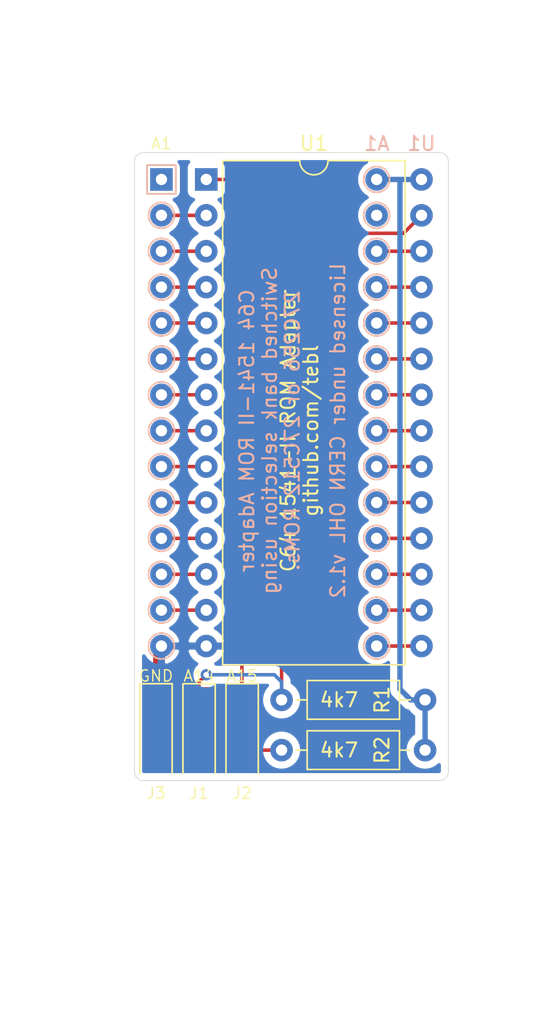
<source format=kicad_pcb>
(kicad_pcb (version 20171130) (host pcbnew "(5.1.8)-1")

  (general
    (thickness 1.6)
    (drawings 13)
    (tracks 47)
    (zones 0)
    (modules 7)
    (nets 29)
  )

  (page A4)
  (layers
    (0 F.Cu signal)
    (31 B.Cu signal)
    (32 B.Adhes user)
    (33 F.Adhes user)
    (34 B.Paste user)
    (35 F.Paste user)
    (36 B.SilkS user)
    (37 F.SilkS user)
    (38 B.Mask user)
    (39 F.Mask user)
    (40 Dwgs.User user)
    (41 Cmts.User user)
    (42 Eco1.User user)
    (43 Eco2.User user)
    (44 Edge.Cuts user)
    (45 Margin user)
    (46 B.CrtYd user)
    (47 F.CrtYd user)
    (48 B.Fab user)
    (49 F.Fab user)
  )

  (setup
    (last_trace_width 0.25)
    (trace_clearance 0.2)
    (zone_clearance 0.508)
    (zone_45_only no)
    (trace_min 0.2)
    (via_size 0.8)
    (via_drill 0.4)
    (via_min_size 0.4)
    (via_min_drill 0.3)
    (uvia_size 0.3)
    (uvia_drill 0.1)
    (uvias_allowed no)
    (uvia_min_size 0.2)
    (uvia_min_drill 0.1)
    (edge_width 0.05)
    (segment_width 0.2)
    (pcb_text_width 0.3)
    (pcb_text_size 1.5 1.5)
    (mod_edge_width 0.12)
    (mod_text_size 1 1)
    (mod_text_width 0.15)
    (pad_size 1.524 1.524)
    (pad_drill 0.762)
    (pad_to_mask_clearance 0)
    (aux_axis_origin 0 0)
    (visible_elements 7FFFFFFF)
    (pcbplotparams
      (layerselection 0x010fc_ffffffff)
      (usegerberextensions true)
      (usegerberattributes true)
      (usegerberadvancedattributes true)
      (creategerberjobfile true)
      (excludeedgelayer true)
      (linewidth 0.100000)
      (plotframeref false)
      (viasonmask false)
      (mode 1)
      (useauxorigin false)
      (hpglpennumber 1)
      (hpglpenspeed 20)
      (hpglpendiameter 15.000000)
      (psnegative false)
      (psa4output false)
      (plotreference true)
      (plotvalue true)
      (plotinvisibletext false)
      (padsonsilk false)
      (subtractmaskfromsilk false)
      (outputformat 1)
      (mirror false)
      (drillshape 0)
      (scaleselection 1)
      (outputdirectory "export/"))
  )

  (net 0 "")
  (net 1 GND)
  (net 2 /D7)
  (net 3 /D6)
  (net 4 /D5)
  (net 5 /D4)
  (net 6 /D3)
  (net 7 /D2)
  (net 8 /D1)
  (net 9 /D0)
  (net 10 VCC)
  (net 11 /A12)
  (net 12 /A7)
  (net 13 /A6)
  (net 14 /A5)
  (net 15 /A4)
  (net 16 /~CE)
  (net 17 /A3)
  (net 18 /A10)
  (net 19 /A2)
  (net 20 /~OE)
  (net 21 /A1)
  (net 22 /A11)
  (net 23 /A0)
  (net 24 /A9)
  (net 25 /A8)
  (net 26 /A13)
  (net 27 /A14)
  (net 28 /A15)

  (net_class Default "This is the default net class."
    (clearance 0.2)
    (trace_width 0.25)
    (via_dia 0.8)
    (via_drill 0.4)
    (uvia_dia 0.3)
    (uvia_drill 0.1)
    (add_net /A0)
    (add_net /A1)
    (add_net /A10)
    (add_net /A11)
    (add_net /A12)
    (add_net /A13)
    (add_net /A14)
    (add_net /A15)
    (add_net /A2)
    (add_net /A3)
    (add_net /A4)
    (add_net /A5)
    (add_net /A6)
    (add_net /A7)
    (add_net /A8)
    (add_net /A9)
    (add_net /D0)
    (add_net /D1)
    (add_net /D2)
    (add_net /D3)
    (add_net /D4)
    (add_net /D5)
    (add_net /D6)
    (add_net /D7)
    (add_net /~CE)
    (add_net /~OE)
  )

  (net_class PWR ""
    (clearance 0.2)
    (trace_width 0.381)
    (via_dia 0.8)
    (via_drill 0.4)
    (uvia_dia 0.3)
    (uvia_drill 0.1)
    (add_net GND)
    (add_net VCC)
  )

  (module socket_adapter:DIP-28_W15.24mm (layer F.Cu) (tedit 60162185) (tstamp 606F5DC9)
    (at 102.235 62.23)
    (descr "28-lead though-hole mounted DIP package, row spacing 15.24 mm (600 mils)")
    (tags "THT DIP DIL PDIP 2.54mm 15.24mm 600mil")
    (path /606FB40A)
    (fp_text reference A1 (at 0 -2.54) (layer F.SilkS)
      (effects (font (size 0.8 0.8) (thickness 0.1)))
    )
    (fp_text value 27C128 (at -2.032 2.54 90) (layer F.Fab)
      (effects (font (size 1 1) (thickness 0.15)))
    )
    (fp_line (start -1.016 -1.016) (end 1.016 -1.016) (layer B.SilkS) (width 0.12))
    (fp_line (start -1.016 1.016) (end -1.016 -1.016) (layer B.SilkS) (width 0.12))
    (fp_line (start 1.016 1.016) (end -1.016 1.016) (layer B.SilkS) (width 0.12))
    (fp_line (start 1.016 -1.016) (end 1.016 1.016) (layer B.SilkS) (width 0.12))
    (fp_circle (center 15.24 2.54) (end 16.15581 2.54) (layer B.SilkS) (width 0.12))
    (fp_circle (center 15.24 0) (end 16.15581 0) (layer B.SilkS) (width 0.12))
    (fp_circle (center 15.24 7.62) (end 16.15581 7.62) (layer B.SilkS) (width 0.12))
    (fp_circle (center 15.24 5.08) (end 16.15581 5.08) (layer B.SilkS) (width 0.12))
    (fp_circle (center 15.24 12.7) (end 16.15581 12.7) (layer B.SilkS) (width 0.12))
    (fp_circle (center 15.24 10.16) (end 16.15581 10.16) (layer B.SilkS) (width 0.12))
    (fp_circle (center 15.24 17.78) (end 16.15581 17.78) (layer B.SilkS) (width 0.12))
    (fp_circle (center 15.24 15.24) (end 16.15581 15.24) (layer B.SilkS) (width 0.12))
    (fp_circle (center 15.24 22.86) (end 16.15581 22.86) (layer B.SilkS) (width 0.12))
    (fp_circle (center 15.24 20.32) (end 16.15581 20.32) (layer B.SilkS) (width 0.12))
    (fp_circle (center 15.24 27.94) (end 16.15581 27.94) (layer B.SilkS) (width 0.12))
    (fp_circle (center 15.24 25.4) (end 16.15581 25.4) (layer B.SilkS) (width 0.12))
    (fp_circle (center 15.24 33.02) (end 16.15581 33.02) (layer B.SilkS) (width 0.12))
    (fp_circle (center 15.24 30.48) (end 16.15581 30.48) (layer B.SilkS) (width 0.12))
    (fp_circle (center 0 33.02) (end 0.91581 33.02) (layer B.SilkS) (width 0.12))
    (fp_circle (center 0 30.48) (end 0.91581 30.48) (layer B.SilkS) (width 0.12))
    (fp_circle (center 0 27.94) (end 0.91581 27.94) (layer B.SilkS) (width 0.12))
    (fp_circle (center 0 25.4) (end 0.91581 25.4) (layer B.SilkS) (width 0.12))
    (fp_circle (center 0 22.86) (end 0.91581 22.86) (layer B.SilkS) (width 0.12))
    (fp_circle (center 0 20.32) (end 0.91581 20.32) (layer B.SilkS) (width 0.12))
    (fp_circle (center 0 17.78) (end 0.91581 17.78) (layer B.SilkS) (width 0.12))
    (fp_circle (center 0 15.24) (end 0.91581 15.24) (layer B.SilkS) (width 0.12))
    (fp_circle (center 0 12.7) (end 0.91581 12.7) (layer B.SilkS) (width 0.12))
    (fp_circle (center 0 10.16) (end 0.91581 10.16) (layer B.SilkS) (width 0.12))
    (fp_circle (center 0 7.62) (end 0.91581 7.62) (layer B.SilkS) (width 0.12))
    (fp_circle (center 0 5.08) (end 0.91581 5.08) (layer B.SilkS) (width 0.12))
    (fp_circle (center 0 2.54) (end 0.91581 2.54) (layer B.SilkS) (width 0.12))
    (fp_line (start -1.016 -1.016) (end 0 -1.016) (layer F.SilkS) (width 0.12))
    (fp_line (start -1.016 1.016) (end -1.016 -1.016) (layer F.SilkS) (width 0.12))
    (fp_line (start 1.016 1.016) (end -1.016 1.016) (layer F.SilkS) (width 0.12))
    (fp_line (start 1.016 -1.016) (end 1.016 1.016) (layer F.SilkS) (width 0.12))
    (fp_line (start 0 -1.016) (end 1.016 -1.016) (layer F.SilkS) (width 0.12))
    (fp_circle (center 15.24 30.48) (end 16.002 29.972) (layer F.SilkS) (width 0.12))
    (fp_circle (center 15.24 27.94) (end 16.002 27.432) (layer F.SilkS) (width 0.12))
    (fp_circle (center 15.24 25.4) (end 16.002 24.892) (layer F.SilkS) (width 0.12))
    (fp_circle (center 15.24 22.86) (end 16.002 22.352) (layer F.SilkS) (width 0.12))
    (fp_circle (center 15.24 20.32) (end 16.002 19.812) (layer F.SilkS) (width 0.12))
    (fp_circle (center 15.24 17.78) (end 16.002 17.272) (layer F.SilkS) (width 0.12))
    (fp_circle (center 15.24 15.24) (end 16.002 14.732) (layer F.SilkS) (width 0.12))
    (fp_circle (center 15.24 12.7) (end 16.002 12.192) (layer F.SilkS) (width 0.12))
    (fp_circle (center 15.24 10.16) (end 16.002 9.652) (layer F.SilkS) (width 0.12))
    (fp_circle (center 15.24 7.62) (end 16.002 7.112) (layer F.SilkS) (width 0.12))
    (fp_circle (center 15.24 5.08) (end 16.002 4.572) (layer F.SilkS) (width 0.12))
    (fp_circle (center 15.24 2.54) (end 16.002 2.032) (layer F.SilkS) (width 0.12))
    (fp_circle (center 15.24 0) (end 16.002 -0.508) (layer F.SilkS) (width 0.12))
    (fp_circle (center 15.24 33.02) (end 16.002 32.512) (layer F.SilkS) (width 0.12))
    (fp_circle (center 0 2.54) (end 0.762 2.032) (layer F.SilkS) (width 0.12))
    (fp_circle (center 0 5.08) (end 0.762 4.572) (layer F.SilkS) (width 0.12))
    (fp_circle (center 0 7.62) (end 0.762 7.112) (layer F.SilkS) (width 0.12))
    (fp_circle (center 0 10.16) (end 0.762 9.652) (layer F.SilkS) (width 0.12))
    (fp_circle (center 0 12.7) (end 0.762 12.192) (layer F.SilkS) (width 0.12))
    (fp_circle (center 0 15.24) (end 0.762 14.732) (layer F.SilkS) (width 0.12))
    (fp_circle (center 0 17.78) (end 0.762 17.272) (layer F.SilkS) (width 0.12))
    (fp_circle (center 0 20.32) (end 0.762 19.812) (layer F.SilkS) (width 0.12))
    (fp_circle (center 0 22.86) (end 0.762 22.352) (layer F.SilkS) (width 0.12))
    (fp_circle (center 0 25.4) (end 0.762 24.892) (layer F.SilkS) (width 0.12))
    (fp_circle (center 0 27.94) (end 0.762 27.432) (layer F.SilkS) (width 0.12))
    (fp_circle (center 0 30.48) (end 0.762 29.972) (layer F.SilkS) (width 0.12))
    (fp_circle (center 0 33.02) (end 0.762 32.512) (layer F.SilkS) (width 0.12))
    (fp_line (start 1.255 -1.27) (end 14.985 -1.27) (layer F.Fab) (width 0.1))
    (fp_line (start 14.985 -1.27) (end 14.985 34.29) (layer F.Fab) (width 0.1))
    (fp_line (start 14.985 34.29) (end 0.255 34.29) (layer F.Fab) (width 0.1))
    (fp_line (start 0.255 34.29) (end 0.255 -0.27) (layer F.Fab) (width 0.1))
    (fp_line (start 0.255 -0.27) (end 1.255 -1.27) (layer F.Fab) (width 0.1))
    (fp_line (start -1.05 -1.55) (end -1.05 34.55) (layer F.CrtYd) (width 0.05))
    (fp_line (start -1.05 34.55) (end 16.3 34.55) (layer F.CrtYd) (width 0.05))
    (fp_line (start 16.3 34.55) (end 16.3 -1.55) (layer F.CrtYd) (width 0.05))
    (fp_line (start 16.3 -1.55) (end -1.05 -1.55) (layer F.CrtYd) (width 0.05))
    (fp_text user %R (at 0 -2.54) (layer F.Fab)
      (effects (font (size 1 1) (thickness 0.15)))
    )
    (pad 1 thru_hole rect (at 0 0) (size 1.6 1.6) (drill 0.8) (layers *.Cu *.Mask))
    (pad 15 thru_hole oval (at 15.24 33.02) (size 1.6 1.6) (drill 0.8) (layers *.Cu *.Mask)
      (net 6 /D3))
    (pad 2 thru_hole oval (at 0 2.54) (size 1.6 1.6) (drill 0.8) (layers *.Cu *.Mask)
      (net 11 /A12))
    (pad 16 thru_hole oval (at 15.24 30.48) (size 1.6 1.6) (drill 0.8) (layers *.Cu *.Mask)
      (net 5 /D4))
    (pad 3 thru_hole oval (at 0 5.08) (size 1.6 1.6) (drill 0.8) (layers *.Cu *.Mask)
      (net 12 /A7))
    (pad 17 thru_hole oval (at 15.24 27.94) (size 1.6 1.6) (drill 0.8) (layers *.Cu *.Mask)
      (net 4 /D5))
    (pad 4 thru_hole oval (at 0 7.62) (size 1.6 1.6) (drill 0.8) (layers *.Cu *.Mask)
      (net 13 /A6))
    (pad 18 thru_hole oval (at 15.24 25.4) (size 1.6 1.6) (drill 0.8) (layers *.Cu *.Mask)
      (net 3 /D6))
    (pad 5 thru_hole oval (at 0 10.16) (size 1.6 1.6) (drill 0.8) (layers *.Cu *.Mask)
      (net 14 /A5))
    (pad 19 thru_hole oval (at 15.24 22.86) (size 1.6 1.6) (drill 0.8) (layers *.Cu *.Mask)
      (net 2 /D7))
    (pad 6 thru_hole oval (at 0 12.7) (size 1.6 1.6) (drill 0.8) (layers *.Cu *.Mask)
      (net 15 /A4))
    (pad 20 thru_hole oval (at 15.24 20.32) (size 1.6 1.6) (drill 0.8) (layers *.Cu *.Mask)
      (net 16 /~CE))
    (pad 7 thru_hole oval (at 0 15.24) (size 1.6 1.6) (drill 0.8) (layers *.Cu *.Mask)
      (net 17 /A3))
    (pad 21 thru_hole oval (at 15.24 17.78) (size 1.6 1.6) (drill 0.8) (layers *.Cu *.Mask)
      (net 18 /A10))
    (pad 8 thru_hole oval (at 0 17.78) (size 1.6 1.6) (drill 0.8) (layers *.Cu *.Mask)
      (net 19 /A2))
    (pad 22 thru_hole oval (at 15.24 15.24) (size 1.6 1.6) (drill 0.8) (layers *.Cu *.Mask)
      (net 20 /~OE))
    (pad 9 thru_hole oval (at 0 20.32) (size 1.6 1.6) (drill 0.8) (layers *.Cu *.Mask)
      (net 21 /A1))
    (pad 23 thru_hole oval (at 15.24 12.7) (size 1.6 1.6) (drill 0.8) (layers *.Cu *.Mask)
      (net 22 /A11))
    (pad 10 thru_hole oval (at 0 22.86) (size 1.6 1.6) (drill 0.8) (layers *.Cu *.Mask)
      (net 23 /A0))
    (pad 24 thru_hole oval (at 15.24 10.16) (size 1.6 1.6) (drill 0.8) (layers *.Cu *.Mask)
      (net 24 /A9))
    (pad 11 thru_hole oval (at 0 25.4) (size 1.6 1.6) (drill 0.8) (layers *.Cu *.Mask)
      (net 9 /D0))
    (pad 25 thru_hole oval (at 15.24 7.62) (size 1.6 1.6) (drill 0.8) (layers *.Cu *.Mask)
      (net 25 /A8))
    (pad 12 thru_hole oval (at 0 27.94) (size 1.6 1.6) (drill 0.8) (layers *.Cu *.Mask)
      (net 8 /D1))
    (pad 26 thru_hole oval (at 15.24 5.08) (size 1.6 1.6) (drill 0.8) (layers *.Cu *.Mask)
      (net 26 /A13))
    (pad 13 thru_hole oval (at 0 30.48) (size 1.6 1.6) (drill 0.8) (layers *.Cu *.Mask)
      (net 7 /D2))
    (pad 27 thru_hole oval (at 15.24 2.54) (size 1.6 1.6) (drill 0.8) (layers *.Cu *.Mask))
    (pad 14 thru_hole oval (at 0 33.02) (size 1.6 1.6) (drill 0.8) (layers *.Cu *.Mask)
      (net 1 GND))
    (pad 28 thru_hole oval (at 15.24 0) (size 1.6 1.6) (drill 0.8) (layers *.Cu *.Mask)
      (net 10 VCC))
  )

  (module edge_connect:edge_pins_1x01 (layer F.Cu) (tedit 603149E8) (tstamp 606F5DD6)
    (at 104.902 101.092)
    (descr "Straight DE-9 connector, the blue kind with metal shield removed (solder to pads).")
    (tags "9-pin D-Sub connector straight vertical THT male pitch 2.77x2.84mm mounting holes distance 25mm")
    (path /606F826F)
    (fp_text reference J1 (at 0 4.572 180) (layer F.SilkS)
      (effects (font (size 0.8 0.8) (thickness 0.1)))
    )
    (fp_text value A14 (at 0 -3.729001) (layer F.SilkS)
      (effects (font (size 0.8 0.8) (thickness 0.1)))
    )
    (fp_text user %R (at -0.0155 -1.3565 180) (layer F.Fab)
      (effects (font (size 1 1) (thickness 0.15)))
    )
    (fp_line (start -1.27 -3.175) (end 1.27 -3.175) (layer F.CrtYd) (width 0.12))
    (fp_line (start 1.27 -3.175) (end 1.27 3.175) (layer F.CrtYd) (width 0.12))
    (fp_line (start 1.27 3.175) (end -1.27 3.175) (layer F.CrtYd) (width 0.12))
    (fp_line (start -1.27 3.175) (end -1.27 -3.175) (layer F.CrtYd) (width 0.12))
    (fp_line (start 1.143 3.175) (end 1.143 -3.175) (layer F.SilkS) (width 0.12))
    (fp_line (start 1.143 -3.175) (end -1.143 -3.175) (layer F.SilkS) (width 0.12))
    (fp_line (start -1.143 -3.175) (end -1.143 3.175) (layer F.SilkS) (width 0.12))
    (pad 1 smd rect (at -0.0155 0.0635 180) (size 1.7 6) (layers F.Cu F.Paste F.Mask)
      (net 27 /A14))
    (model ${KISYS3DMOD}/Connectors_DSub.3dshapes/DSUB-9_Male_Vertical_Pitch2.77x2.84mm.wrl
      (at (xyz 0 0 0))
      (scale (xyz 1 1 1))
      (rotate (xyz 0 0 0))
    )
  )

  (module edge_connect:edge_pins_1x01 (layer F.Cu) (tedit 603149E8) (tstamp 606F5DE3)
    (at 107.95 101.092)
    (descr "Straight DE-9 connector, the blue kind with metal shield removed (solder to pads).")
    (tags "9-pin D-Sub connector straight vertical THT male pitch 2.77x2.84mm mounting holes distance 25mm")
    (path /606F9FB2)
    (fp_text reference J2 (at 0 4.572 180) (layer F.SilkS)
      (effects (font (size 0.8 0.8) (thickness 0.1)))
    )
    (fp_text value A15 (at 0 -3.729001) (layer F.SilkS)
      (effects (font (size 0.8 0.8) (thickness 0.1)))
    )
    (fp_line (start -1.143 -3.175) (end -1.143 3.175) (layer F.SilkS) (width 0.12))
    (fp_line (start 1.143 -3.175) (end -1.143 -3.175) (layer F.SilkS) (width 0.12))
    (fp_line (start 1.143 3.175) (end 1.143 -3.175) (layer F.SilkS) (width 0.12))
    (fp_line (start -1.27 3.175) (end -1.27 -3.175) (layer F.CrtYd) (width 0.12))
    (fp_line (start 1.27 3.175) (end -1.27 3.175) (layer F.CrtYd) (width 0.12))
    (fp_line (start 1.27 -3.175) (end 1.27 3.175) (layer F.CrtYd) (width 0.12))
    (fp_line (start -1.27 -3.175) (end 1.27 -3.175) (layer F.CrtYd) (width 0.12))
    (fp_text user %R (at -0.0155 -1.3565 180) (layer F.Fab)
      (effects (font (size 1 1) (thickness 0.15)))
    )
    (pad 1 smd rect (at -0.0155 0.0635 180) (size 1.7 6) (layers F.Cu F.Paste F.Mask)
      (net 28 /A15))
    (model ${KISYS3DMOD}/Connectors_DSub.3dshapes/DSUB-9_Male_Vertical_Pitch2.77x2.84mm.wrl
      (at (xyz 0 0 0))
      (scale (xyz 1 1 1))
      (rotate (xyz 0 0 0))
    )
  )

  (module edge_connect:edge_pins_1x01 (layer F.Cu) (tedit 603149E8) (tstamp 606F5DF0)
    (at 101.854 101.092)
    (descr "Straight DE-9 connector, the blue kind with metal shield removed (solder to pads).")
    (tags "9-pin D-Sub connector straight vertical THT male pitch 2.77x2.84mm mounting holes distance 25mm")
    (path /606F60C6)
    (fp_text reference J3 (at 0 4.572 180) (layer F.SilkS)
      (effects (font (size 0.8 0.8) (thickness 0.1)))
    )
    (fp_text value GND (at 0 -3.729001) (layer F.SilkS)
      (effects (font (size 0.8 0.8) (thickness 0.1)))
    )
    (fp_line (start -1.143 -3.175) (end -1.143 3.175) (layer F.SilkS) (width 0.12))
    (fp_line (start 1.143 -3.175) (end -1.143 -3.175) (layer F.SilkS) (width 0.12))
    (fp_line (start 1.143 3.175) (end 1.143 -3.175) (layer F.SilkS) (width 0.12))
    (fp_line (start -1.27 3.175) (end -1.27 -3.175) (layer F.CrtYd) (width 0.12))
    (fp_line (start 1.27 3.175) (end -1.27 3.175) (layer F.CrtYd) (width 0.12))
    (fp_line (start 1.27 -3.175) (end 1.27 3.175) (layer F.CrtYd) (width 0.12))
    (fp_line (start -1.27 -3.175) (end 1.27 -3.175) (layer F.CrtYd) (width 0.12))
    (fp_text user %R (at -0.0155 -1.3565 180) (layer F.Fab)
      (effects (font (size 1 1) (thickness 0.15)))
    )
    (pad 1 smd rect (at -0.0155 0.0635 180) (size 1.7 6) (layers F.Cu F.Paste F.Mask)
      (net 1 GND))
    (model ${KISYS3DMOD}/Connectors_DSub.3dshapes/DSUB-9_Male_Vertical_Pitch2.77x2.84mm.wrl
      (at (xyz 0 0 0))
      (scale (xyz 1 1 1))
      (rotate (xyz 0 0 0))
    )
  )

  (module Resistor_THT:R_Axial_DIN0207_L6.3mm_D2.5mm_P10.16mm_Horizontal (layer F.Cu) (tedit 5AE5139B) (tstamp 606F5E07)
    (at 120.904 99.06 180)
    (descr "Resistor, Axial_DIN0207 series, Axial, Horizontal, pin pitch=10.16mm, 0.25W = 1/4W, length*diameter=6.3*2.5mm^2, http://cdn-reichelt.de/documents/datenblatt/B400/1_4W%23YAG.pdf")
    (tags "Resistor Axial_DIN0207 series Axial Horizontal pin pitch 10.16mm 0.25W = 1/4W length 6.3mm diameter 2.5mm")
    (path /60716A2F)
    (fp_text reference R1 (at 3.048 0 90) (layer F.SilkS)
      (effects (font (size 1 1) (thickness 0.15)))
    )
    (fp_text value 4k7 (at 6.096 0) (layer F.SilkS)
      (effects (font (size 1 1) (thickness 0.15)))
    )
    (fp_text user %R (at 3.048 0 90) (layer F.Fab)
      (effects (font (size 1 1) (thickness 0.15)))
    )
    (fp_line (start 1.93 -1.25) (end 1.93 1.25) (layer F.Fab) (width 0.1))
    (fp_line (start 1.93 1.25) (end 8.23 1.25) (layer F.Fab) (width 0.1))
    (fp_line (start 8.23 1.25) (end 8.23 -1.25) (layer F.Fab) (width 0.1))
    (fp_line (start 8.23 -1.25) (end 1.93 -1.25) (layer F.Fab) (width 0.1))
    (fp_line (start 0 0) (end 1.93 0) (layer F.Fab) (width 0.1))
    (fp_line (start 10.16 0) (end 8.23 0) (layer F.Fab) (width 0.1))
    (fp_line (start 1.81 -1.37) (end 1.81 1.37) (layer F.SilkS) (width 0.12))
    (fp_line (start 1.81 1.37) (end 8.35 1.37) (layer F.SilkS) (width 0.12))
    (fp_line (start 8.35 1.37) (end 8.35 -1.37) (layer F.SilkS) (width 0.12))
    (fp_line (start 8.35 -1.37) (end 1.81 -1.37) (layer F.SilkS) (width 0.12))
    (fp_line (start 1.04 0) (end 1.81 0) (layer F.SilkS) (width 0.12))
    (fp_line (start 9.12 0) (end 8.35 0) (layer F.SilkS) (width 0.12))
    (fp_line (start -1.05 -1.5) (end -1.05 1.5) (layer F.CrtYd) (width 0.05))
    (fp_line (start -1.05 1.5) (end 11.21 1.5) (layer F.CrtYd) (width 0.05))
    (fp_line (start 11.21 1.5) (end 11.21 -1.5) (layer F.CrtYd) (width 0.05))
    (fp_line (start 11.21 -1.5) (end -1.05 -1.5) (layer F.CrtYd) (width 0.05))
    (pad 2 thru_hole oval (at 10.16 0 180) (size 1.6 1.6) (drill 0.8) (layers *.Cu *.Mask)
      (net 27 /A14))
    (pad 1 thru_hole circle (at 0 0 180) (size 1.6 1.6) (drill 0.8) (layers *.Cu *.Mask)
      (net 10 VCC))
    (model ${KISYS3DMOD}/Resistor_THT.3dshapes/R_Axial_DIN0207_L6.3mm_D2.5mm_P10.16mm_Horizontal.wrl
      (at (xyz 0 0 0))
      (scale (xyz 1 1 1))
      (rotate (xyz 0 0 0))
    )
  )

  (module Resistor_THT:R_Axial_DIN0207_L6.3mm_D2.5mm_P10.16mm_Horizontal (layer F.Cu) (tedit 5AE5139B) (tstamp 606F5E1E)
    (at 120.904 102.616 180)
    (descr "Resistor, Axial_DIN0207 series, Axial, Horizontal, pin pitch=10.16mm, 0.25W = 1/4W, length*diameter=6.3*2.5mm^2, http://cdn-reichelt.de/documents/datenblatt/B400/1_4W%23YAG.pdf")
    (tags "Resistor Axial_DIN0207 series Axial Horizontal pin pitch 10.16mm 0.25W = 1/4W length 6.3mm diameter 2.5mm")
    (path /60713397)
    (fp_text reference R2 (at 3.048 0 90) (layer F.SilkS)
      (effects (font (size 1 1) (thickness 0.15)))
    )
    (fp_text value 4k7 (at 6.096 0) (layer F.SilkS)
      (effects (font (size 1 1) (thickness 0.15)))
    )
    (fp_line (start 11.21 -1.5) (end -1.05 -1.5) (layer F.CrtYd) (width 0.05))
    (fp_line (start 11.21 1.5) (end 11.21 -1.5) (layer F.CrtYd) (width 0.05))
    (fp_line (start -1.05 1.5) (end 11.21 1.5) (layer F.CrtYd) (width 0.05))
    (fp_line (start -1.05 -1.5) (end -1.05 1.5) (layer F.CrtYd) (width 0.05))
    (fp_line (start 9.12 0) (end 8.35 0) (layer F.SilkS) (width 0.12))
    (fp_line (start 1.04 0) (end 1.81 0) (layer F.SilkS) (width 0.12))
    (fp_line (start 8.35 -1.37) (end 1.81 -1.37) (layer F.SilkS) (width 0.12))
    (fp_line (start 8.35 1.37) (end 8.35 -1.37) (layer F.SilkS) (width 0.12))
    (fp_line (start 1.81 1.37) (end 8.35 1.37) (layer F.SilkS) (width 0.12))
    (fp_line (start 1.81 -1.37) (end 1.81 1.37) (layer F.SilkS) (width 0.12))
    (fp_line (start 10.16 0) (end 8.23 0) (layer F.Fab) (width 0.1))
    (fp_line (start 0 0) (end 1.93 0) (layer F.Fab) (width 0.1))
    (fp_line (start 8.23 -1.25) (end 1.93 -1.25) (layer F.Fab) (width 0.1))
    (fp_line (start 8.23 1.25) (end 8.23 -1.25) (layer F.Fab) (width 0.1))
    (fp_line (start 1.93 1.25) (end 8.23 1.25) (layer F.Fab) (width 0.1))
    (fp_line (start 1.93 -1.25) (end 1.93 1.25) (layer F.Fab) (width 0.1))
    (fp_text user %R (at 3.048 0 90) (layer F.Fab)
      (effects (font (size 1 1) (thickness 0.15)))
    )
    (pad 1 thru_hole circle (at 0 0 180) (size 1.6 1.6) (drill 0.8) (layers *.Cu *.Mask)
      (net 10 VCC))
    (pad 2 thru_hole oval (at 10.16 0 180) (size 1.6 1.6) (drill 0.8) (layers *.Cu *.Mask)
      (net 28 /A15))
    (model ${KISYS3DMOD}/Resistor_THT.3dshapes/R_Axial_DIN0207_L6.3mm_D2.5mm_P10.16mm_Horizontal.wrl
      (at (xyz 0 0 0))
      (scale (xyz 1 1 1))
      (rotate (xyz 0 0 0))
    )
  )

  (module Package_DIP:DIP-28_W15.24mm (layer F.Cu) (tedit 5A02E8C5) (tstamp 606F5E4E)
    (at 105.41 62.23)
    (descr "28-lead though-hole mounted DIP package, row spacing 15.24 mm (600 mils)")
    (tags "THT DIP DIL PDIP 2.54mm 15.24mm 600mil")
    (path /6071035F)
    (fp_text reference U1 (at 7.62 -2.54) (layer F.SilkS)
      (effects (font (size 1 1) (thickness 0.15)))
    )
    (fp_text value 27C512 (at 7.62 35.35) (layer F.Fab)
      (effects (font (size 1 1) (thickness 0.15)))
    )
    (fp_line (start 16.3 -1.55) (end -1.05 -1.55) (layer F.CrtYd) (width 0.05))
    (fp_line (start 16.3 34.55) (end 16.3 -1.55) (layer F.CrtYd) (width 0.05))
    (fp_line (start -1.05 34.55) (end 16.3 34.55) (layer F.CrtYd) (width 0.05))
    (fp_line (start -1.05 -1.55) (end -1.05 34.55) (layer F.CrtYd) (width 0.05))
    (fp_line (start 14.08 -1.33) (end 8.62 -1.33) (layer F.SilkS) (width 0.12))
    (fp_line (start 14.08 34.35) (end 14.08 -1.33) (layer F.SilkS) (width 0.12))
    (fp_line (start 1.16 34.35) (end 14.08 34.35) (layer F.SilkS) (width 0.12))
    (fp_line (start 1.16 -1.33) (end 1.16 34.35) (layer F.SilkS) (width 0.12))
    (fp_line (start 6.62 -1.33) (end 1.16 -1.33) (layer F.SilkS) (width 0.12))
    (fp_line (start 0.255 -0.27) (end 1.255 -1.27) (layer F.Fab) (width 0.1))
    (fp_line (start 0.255 34.29) (end 0.255 -0.27) (layer F.Fab) (width 0.1))
    (fp_line (start 14.985 34.29) (end 0.255 34.29) (layer F.Fab) (width 0.1))
    (fp_line (start 14.985 -1.27) (end 14.985 34.29) (layer F.Fab) (width 0.1))
    (fp_line (start 1.255 -1.27) (end 14.985 -1.27) (layer F.Fab) (width 0.1))
    (fp_arc (start 7.62 -1.33) (end 6.62 -1.33) (angle -180) (layer F.SilkS) (width 0.12))
    (fp_text user %R (at 7.62 16.51) (layer F.Fab)
      (effects (font (size 1 1) (thickness 0.15)))
    )
    (pad 1 thru_hole rect (at 0 0) (size 1.6 1.6) (drill 0.8) (layers *.Cu *.Mask)
      (net 28 /A15))
    (pad 15 thru_hole oval (at 15.24 33.02) (size 1.6 1.6) (drill 0.8) (layers *.Cu *.Mask)
      (net 6 /D3))
    (pad 2 thru_hole oval (at 0 2.54) (size 1.6 1.6) (drill 0.8) (layers *.Cu *.Mask)
      (net 11 /A12))
    (pad 16 thru_hole oval (at 15.24 30.48) (size 1.6 1.6) (drill 0.8) (layers *.Cu *.Mask)
      (net 5 /D4))
    (pad 3 thru_hole oval (at 0 5.08) (size 1.6 1.6) (drill 0.8) (layers *.Cu *.Mask)
      (net 12 /A7))
    (pad 17 thru_hole oval (at 15.24 27.94) (size 1.6 1.6) (drill 0.8) (layers *.Cu *.Mask)
      (net 4 /D5))
    (pad 4 thru_hole oval (at 0 7.62) (size 1.6 1.6) (drill 0.8) (layers *.Cu *.Mask)
      (net 13 /A6))
    (pad 18 thru_hole oval (at 15.24 25.4) (size 1.6 1.6) (drill 0.8) (layers *.Cu *.Mask)
      (net 3 /D6))
    (pad 5 thru_hole oval (at 0 10.16) (size 1.6 1.6) (drill 0.8) (layers *.Cu *.Mask)
      (net 14 /A5))
    (pad 19 thru_hole oval (at 15.24 22.86) (size 1.6 1.6) (drill 0.8) (layers *.Cu *.Mask)
      (net 2 /D7))
    (pad 6 thru_hole oval (at 0 12.7) (size 1.6 1.6) (drill 0.8) (layers *.Cu *.Mask)
      (net 15 /A4))
    (pad 20 thru_hole oval (at 15.24 20.32) (size 1.6 1.6) (drill 0.8) (layers *.Cu *.Mask)
      (net 16 /~CE))
    (pad 7 thru_hole oval (at 0 15.24) (size 1.6 1.6) (drill 0.8) (layers *.Cu *.Mask)
      (net 17 /A3))
    (pad 21 thru_hole oval (at 15.24 17.78) (size 1.6 1.6) (drill 0.8) (layers *.Cu *.Mask)
      (net 18 /A10))
    (pad 8 thru_hole oval (at 0 17.78) (size 1.6 1.6) (drill 0.8) (layers *.Cu *.Mask)
      (net 19 /A2))
    (pad 22 thru_hole oval (at 15.24 15.24) (size 1.6 1.6) (drill 0.8) (layers *.Cu *.Mask)
      (net 20 /~OE))
    (pad 9 thru_hole oval (at 0 20.32) (size 1.6 1.6) (drill 0.8) (layers *.Cu *.Mask)
      (net 21 /A1))
    (pad 23 thru_hole oval (at 15.24 12.7) (size 1.6 1.6) (drill 0.8) (layers *.Cu *.Mask)
      (net 22 /A11))
    (pad 10 thru_hole oval (at 0 22.86) (size 1.6 1.6) (drill 0.8) (layers *.Cu *.Mask)
      (net 23 /A0))
    (pad 24 thru_hole oval (at 15.24 10.16) (size 1.6 1.6) (drill 0.8) (layers *.Cu *.Mask)
      (net 24 /A9))
    (pad 11 thru_hole oval (at 0 25.4) (size 1.6 1.6) (drill 0.8) (layers *.Cu *.Mask)
      (net 9 /D0))
    (pad 25 thru_hole oval (at 15.24 7.62) (size 1.6 1.6) (drill 0.8) (layers *.Cu *.Mask)
      (net 25 /A8))
    (pad 12 thru_hole oval (at 0 27.94) (size 1.6 1.6) (drill 0.8) (layers *.Cu *.Mask)
      (net 8 /D1))
    (pad 26 thru_hole oval (at 15.24 5.08) (size 1.6 1.6) (drill 0.8) (layers *.Cu *.Mask)
      (net 26 /A13))
    (pad 13 thru_hole oval (at 0 30.48) (size 1.6 1.6) (drill 0.8) (layers *.Cu *.Mask)
      (net 7 /D2))
    (pad 27 thru_hole oval (at 15.24 2.54) (size 1.6 1.6) (drill 0.8) (layers *.Cu *.Mask)
      (net 27 /A14))
    (pad 14 thru_hole oval (at 0 33.02) (size 1.6 1.6) (drill 0.8) (layers *.Cu *.Mask)
      (net 1 GND))
    (pad 28 thru_hole oval (at 15.24 0) (size 1.6 1.6) (drill 0.8) (layers *.Cu *.Mask)
      (net 10 VCC))
    (model ${KISYS3DMOD}/Package_DIP.3dshapes/DIP-28_W15.24mm.wrl
      (at (xyz 0 0 0))
      (scale (xyz 1 1 1))
      (rotate (xyz 0 0 0))
    )
  )

  (gr_text A1 (at 117.475 59.69) (layer B.SilkS)
    (effects (font (size 1 1) (thickness 0.15)) (justify mirror))
  )
  (gr_text U1 (at 120.65 59.69) (layer B.SilkS)
    (effects (font (size 1 1) (thickness 0.15)) (justify mirror))
  )
  (gr_text "C64 1541-II ROM Adapter\nSwitched bank selection using\n27C256 or 27C512 ROMs.\n\nLicensed under CERN OHL v1.2" (at 111.506 80.01 90) (layer B.SilkS) (tstamp 6047EBB2)
    (effects (font (size 1 1) (thickness 0.15)) (justify mirror))
  )
  (gr_text "C64 1541-II ROM Adapter\ngithub.com/tebl" (at 112.014 80.01 90) (layer F.SilkS)
    (effects (font (size 1 1) (thickness 0.15)))
  )
  (gr_arc (start 121.92 104.14) (end 121.92 104.775) (angle -90) (layer Edge.Cuts) (width 0.05) (tstamp 60488569))
  (gr_arc (start 100.965 104.14) (end 100.33 104.14) (angle -90) (layer Edge.Cuts) (width 0.05) (tstamp 60488569))
  (gr_arc (start 121.92 60.96) (end 122.555 60.96) (angle -90) (layer Edge.Cuts) (width 0.05) (tstamp 60488569))
  (gr_arc (start 100.965 60.96) (end 100.965 60.325) (angle -90) (layer Edge.Cuts) (width 0.05))
  (gr_line (start 100.965 60.325) (end 121.92 60.325) (layer Edge.Cuts) (width 0.05))
  (gr_line (start 100.33 60.96) (end 100.33 60.96) (layer Edge.Cuts) (width 0.05))
  (gr_line (start 100.33 104.14) (end 100.33 60.96) (layer Edge.Cuts) (width 0.05))
  (gr_line (start 121.92 104.775) (end 100.965 104.775) (layer Edge.Cuts) (width 0.05))
  (gr_line (start 122.555 60.96) (end 122.555 104.14) (layer Edge.Cuts) (width 0.05))

  (segment (start 101.8385 95.6465) (end 102.235 95.25) (width 0.381) (layer F.Cu) (net 1))
  (segment (start 101.8385 101.1555) (end 101.8385 95.6465) (width 0.381) (layer F.Cu) (net 1))
  (segment (start 120.65 95.25) (end 117.475 95.25) (width 0.25) (layer F.Cu) (net 6))
  (segment (start 117.475 92.71) (end 120.65 92.71) (width 0.25) (layer F.Cu) (net 5))
  (segment (start 120.65 90.17) (end 117.475 90.17) (width 0.25) (layer F.Cu) (net 4))
  (segment (start 102.235 85.09) (end 105.41 85.09) (width 0.25) (layer F.Cu) (net 23))
  (segment (start 117.475 87.63) (end 120.65 87.63) (width 0.25) (layer F.Cu) (net 3))
  (segment (start 105.41 87.63) (end 102.235 87.63) (width 0.25) (layer F.Cu) (net 9))
  (segment (start 120.65 85.09) (end 117.475 85.09) (width 0.25) (layer F.Cu) (net 2))
  (segment (start 102.235 90.17) (end 105.41 90.17) (width 0.25) (layer F.Cu) (net 8))
  (segment (start 117.475 82.55) (end 120.65 82.55) (width 0.25) (layer F.Cu) (net 16))
  (segment (start 105.41 92.71) (end 102.235 92.71) (width 0.25) (layer F.Cu) (net 7))
  (segment (start 120.904 102.616) (end 120.904 99.06) (width 0.381) (layer B.Cu) (net 10))
  (segment (start 119.126 62.23) (end 119.126 98.298) (width 0.381) (layer B.Cu) (net 10))
  (segment (start 119.126 98.298) (end 119.888 99.06) (width 0.381) (layer B.Cu) (net 10))
  (segment (start 119.888 99.06) (end 120.904 99.06) (width 0.381) (layer B.Cu) (net 10))
  (segment (start 117.475 62.23) (end 119.126 62.23) (width 0.381) (layer B.Cu) (net 10))
  (segment (start 120.65 62.23) (end 119.126 62.23) (width 0.381) (layer B.Cu) (net 10))
  (segment (start 120.65 80.01) (end 117.475 80.01) (width 0.25) (layer F.Cu) (net 18))
  (segment (start 117.475 77.47) (end 120.65 77.47) (width 0.25) (layer F.Cu) (net 20))
  (segment (start 120.65 74.93) (end 117.475 74.93) (width 0.25) (layer F.Cu) (net 22))
  (segment (start 117.475 72.39) (end 120.65 72.39) (width 0.25) (layer F.Cu) (net 24))
  (segment (start 120.65 69.85) (end 117.475 69.85) (width 0.25) (layer F.Cu) (net 25))
  (segment (start 117.475 67.31) (end 120.65 67.31) (width 0.25) (layer F.Cu) (net 26))
  (segment (start 105.41 64.77) (end 102.235 64.77) (width 0.25) (layer F.Cu) (net 11))
  (segment (start 102.235 67.31) (end 105.41 67.31) (width 0.25) (layer F.Cu) (net 12))
  (segment (start 105.41 69.85) (end 102.235 69.85) (width 0.25) (layer F.Cu) (net 13))
  (segment (start 102.235 72.39) (end 105.41 72.39) (width 0.25) (layer F.Cu) (net 14))
  (segment (start 105.41 74.93) (end 102.235 74.93) (width 0.25) (layer F.Cu) (net 15))
  (segment (start 102.235 77.47) (end 105.41 77.47) (width 0.25) (layer F.Cu) (net 17))
  (segment (start 105.41 80.01) (end 102.235 80.01) (width 0.25) (layer F.Cu) (net 19))
  (segment (start 102.235 82.55) (end 105.41 82.55) (width 0.25) (layer F.Cu) (net 21))
  (via (at 105.41 97.282) (size 0.8) (drill 0.4) (layers F.Cu B.Cu) (net 27))
  (segment (start 104.8865 97.8055) (end 105.41 97.282) (width 0.25) (layer F.Cu) (net 27))
  (segment (start 104.8865 101.1555) (end 104.8865 97.8055) (width 0.25) (layer F.Cu) (net 27))
  (segment (start 105.41 97.282) (end 110.236 97.282) (width 0.25) (layer B.Cu) (net 27))
  (segment (start 110.744 97.79) (end 110.744 99.06) (width 0.25) (layer B.Cu) (net 27))
  (segment (start 110.236 97.282) (end 110.744 97.79) (width 0.25) (layer B.Cu) (net 27))
  (segment (start 119.38 66.04) (end 120.65 64.77) (width 0.25) (layer F.Cu) (net 27))
  (segment (start 111.506 66.04) (end 119.38 66.04) (width 0.25) (layer F.Cu) (net 27))
  (segment (start 110.744 66.802) (end 111.506 66.04) (width 0.25) (layer F.Cu) (net 27))
  (segment (start 110.744 99.06) (end 110.744 66.802) (width 0.25) (layer F.Cu) (net 27))
  (segment (start 109.395 102.616) (end 107.9345 101.1555) (width 0.25) (layer F.Cu) (net 28))
  (segment (start 110.744 102.616) (end 109.395 102.616) (width 0.25) (layer F.Cu) (net 28))
  (segment (start 107.9345 101.1555) (end 107.9345 62.9765) (width 0.25) (layer F.Cu) (net 28))
  (segment (start 107.188 62.23) (end 105.41 62.23) (width 0.25) (layer F.Cu) (net 28))
  (segment (start 107.9345 62.9765) (end 107.188 62.23) (width 0.25) (layer F.Cu) (net 28))

  (zone (net 1) (net_name GND) (layer B.Cu) (tstamp 60486FEB) (hatch edge 0.508)
    (connect_pads (clearance 0.508))
    (min_thickness 0.254)
    (fill yes (arc_segments 32) (thermal_gap 0.508) (thermal_bridge_width 0.508))
    (polygon
      (pts
        (xy 130.175 121.92) (xy 90.805 121.92) (xy 90.805 49.53) (xy 130.175 49.53)
      )
    )
    (filled_polygon
      (pts
        (xy 104.079463 61.075506) (xy 104.020498 61.18582) (xy 103.984188 61.305518) (xy 103.971928 61.43) (xy 103.971928 63.03)
        (xy 103.984188 63.154482) (xy 104.020498 63.27418) (xy 104.079463 63.384494) (xy 104.158815 63.481185) (xy 104.255506 63.560537)
        (xy 104.36582 63.619502) (xy 104.485518 63.655812) (xy 104.493961 63.656643) (xy 104.295363 63.855241) (xy 104.13832 64.090273)
        (xy 104.030147 64.351426) (xy 103.975 64.628665) (xy 103.975 64.911335) (xy 104.030147 65.188574) (xy 104.13832 65.449727)
        (xy 104.295363 65.684759) (xy 104.495241 65.884637) (xy 104.727759 66.04) (xy 104.495241 66.195363) (xy 104.295363 66.395241)
        (xy 104.13832 66.630273) (xy 104.030147 66.891426) (xy 103.975 67.168665) (xy 103.975 67.451335) (xy 104.030147 67.728574)
        (xy 104.13832 67.989727) (xy 104.295363 68.224759) (xy 104.495241 68.424637) (xy 104.727759 68.58) (xy 104.495241 68.735363)
        (xy 104.295363 68.935241) (xy 104.13832 69.170273) (xy 104.030147 69.431426) (xy 103.975 69.708665) (xy 103.975 69.991335)
        (xy 104.030147 70.268574) (xy 104.13832 70.529727) (xy 104.295363 70.764759) (xy 104.495241 70.964637) (xy 104.727759 71.12)
        (xy 104.495241 71.275363) (xy 104.295363 71.475241) (xy 104.13832 71.710273) (xy 104.030147 71.971426) (xy 103.975 72.248665)
        (xy 103.975 72.531335) (xy 104.030147 72.808574) (xy 104.13832 73.069727) (xy 104.295363 73.304759) (xy 104.495241 73.504637)
        (xy 104.727759 73.66) (xy 104.495241 73.815363) (xy 104.295363 74.015241) (xy 104.13832 74.250273) (xy 104.030147 74.511426)
        (xy 103.975 74.788665) (xy 103.975 75.071335) (xy 104.030147 75.348574) (xy 104.13832 75.609727) (xy 104.295363 75.844759)
        (xy 104.495241 76.044637) (xy 104.727759 76.2) (xy 104.495241 76.355363) (xy 104.295363 76.555241) (xy 104.13832 76.790273)
        (xy 104.030147 77.051426) (xy 103.975 77.328665) (xy 103.975 77.611335) (xy 104.030147 77.888574) (xy 104.13832 78.149727)
        (xy 104.295363 78.384759) (xy 104.495241 78.584637) (xy 104.727759 78.74) (xy 104.495241 78.895363) (xy 104.295363 79.095241)
        (xy 104.13832 79.330273) (xy 104.030147 79.591426) (xy 103.975 79.868665) (xy 103.975 80.151335) (xy 104.030147 80.428574)
        (xy 104.13832 80.689727) (xy 104.295363 80.924759) (xy 104.495241 81.124637) (xy 104.727759 81.28) (xy 104.495241 81.435363)
        (xy 104.295363 81.635241) (xy 104.13832 81.870273) (xy 104.030147 82.131426) (xy 103.975 82.408665) (xy 103.975 82.691335)
        (xy 104.030147 82.968574) (xy 104.13832 83.229727) (xy 104.295363 83.464759) (xy 104.495241 83.664637) (xy 104.727759 83.82)
        (xy 104.495241 83.975363) (xy 104.295363 84.175241) (xy 104.13832 84.410273) (xy 104.030147 84.671426) (xy 103.975 84.948665)
        (xy 103.975 85.231335) (xy 104.030147 85.508574) (xy 104.13832 85.769727) (xy 104.295363 86.004759) (xy 104.495241 86.204637)
        (xy 104.727759 86.36) (xy 104.495241 86.515363) (xy 104.295363 86.715241) (xy 104.13832 86.950273) (xy 104.030147 87.211426)
        (xy 103.975 87.488665) (xy 103.975 87.771335) (xy 104.030147 88.048574) (xy 104.13832 88.309727) (xy 104.295363 88.544759)
        (xy 104.495241 88.744637) (xy 104.727759 88.9) (xy 104.495241 89.055363) (xy 104.295363 89.255241) (xy 104.13832 89.490273)
        (xy 104.030147 89.751426) (xy 103.975 90.028665) (xy 103.975 90.311335) (xy 104.030147 90.588574) (xy 104.13832 90.849727)
        (xy 104.295363 91.084759) (xy 104.495241 91.284637) (xy 104.727759 91.44) (xy 104.495241 91.595363) (xy 104.295363 91.795241)
        (xy 104.13832 92.030273) (xy 104.030147 92.291426) (xy 103.975 92.568665) (xy 103.975 92.851335) (xy 104.030147 93.128574)
        (xy 104.13832 93.389727) (xy 104.295363 93.624759) (xy 104.495241 93.824637) (xy 104.730273 93.98168) (xy 104.740865 93.986067)
        (xy 104.554869 94.097615) (xy 104.346481 94.286586) (xy 104.178963 94.51258) (xy 104.058754 94.766913) (xy 104.018096 94.900961)
        (xy 104.140085 95.123) (xy 105.283 95.123) (xy 105.283 95.103) (xy 105.537 95.103) (xy 105.537 95.123)
        (xy 106.679915 95.123) (xy 106.801904 94.900961) (xy 106.761246 94.766913) (xy 106.641037 94.51258) (xy 106.473519 94.286586)
        (xy 106.265131 94.097615) (xy 106.079135 93.986067) (xy 106.089727 93.98168) (xy 106.324759 93.824637) (xy 106.524637 93.624759)
        (xy 106.68168 93.389727) (xy 106.789853 93.128574) (xy 106.845 92.851335) (xy 106.845 92.568665) (xy 106.789853 92.291426)
        (xy 106.68168 92.030273) (xy 106.524637 91.795241) (xy 106.324759 91.595363) (xy 106.092241 91.44) (xy 106.324759 91.284637)
        (xy 106.524637 91.084759) (xy 106.68168 90.849727) (xy 106.789853 90.588574) (xy 106.845 90.311335) (xy 106.845 90.028665)
        (xy 106.789853 89.751426) (xy 106.68168 89.490273) (xy 106.524637 89.255241) (xy 106.324759 89.055363) (xy 106.092241 88.9)
        (xy 106.324759 88.744637) (xy 106.524637 88.544759) (xy 106.68168 88.309727) (xy 106.789853 88.048574) (xy 106.845 87.771335)
        (xy 106.845 87.488665) (xy 106.789853 87.211426) (xy 106.68168 86.950273) (xy 106.524637 86.715241) (xy 106.324759 86.515363)
        (xy 106.092241 86.36) (xy 106.324759 86.204637) (xy 106.524637 86.004759) (xy 106.68168 85.769727) (xy 106.789853 85.508574)
        (xy 106.845 85.231335) (xy 106.845 84.948665) (xy 106.789853 84.671426) (xy 106.68168 84.410273) (xy 106.524637 84.175241)
        (xy 106.324759 83.975363) (xy 106.092241 83.82) (xy 106.324759 83.664637) (xy 106.524637 83.464759) (xy 106.68168 83.229727)
        (xy 106.789853 82.968574) (xy 106.845 82.691335) (xy 106.845 82.408665) (xy 106.789853 82.131426) (xy 106.68168 81.870273)
        (xy 106.524637 81.635241) (xy 106.324759 81.435363) (xy 106.092241 81.28) (xy 106.324759 81.124637) (xy 106.524637 80.924759)
        (xy 106.68168 80.689727) (xy 106.789853 80.428574) (xy 106.845 80.151335) (xy 106.845 79.868665) (xy 106.789853 79.591426)
        (xy 106.68168 79.330273) (xy 106.524637 79.095241) (xy 106.324759 78.895363) (xy 106.092241 78.74) (xy 106.324759 78.584637)
        (xy 106.524637 78.384759) (xy 106.68168 78.149727) (xy 106.789853 77.888574) (xy 106.845 77.611335) (xy 106.845 77.328665)
        (xy 106.789853 77.051426) (xy 106.68168 76.790273) (xy 106.524637 76.555241) (xy 106.324759 76.355363) (xy 106.092241 76.2)
        (xy 106.324759 76.044637) (xy 106.524637 75.844759) (xy 106.68168 75.609727) (xy 106.789853 75.348574) (xy 106.845 75.071335)
        (xy 106.845 74.788665) (xy 106.789853 74.511426) (xy 106.68168 74.250273) (xy 106.524637 74.015241) (xy 106.324759 73.815363)
        (xy 106.092241 73.66) (xy 106.324759 73.504637) (xy 106.524637 73.304759) (xy 106.68168 73.069727) (xy 106.789853 72.808574)
        (xy 106.845 72.531335) (xy 106.845 72.248665) (xy 106.789853 71.971426) (xy 106.68168 71.710273) (xy 106.524637 71.475241)
        (xy 106.324759 71.275363) (xy 106.092241 71.12) (xy 106.324759 70.964637) (xy 106.524637 70.764759) (xy 106.68168 70.529727)
        (xy 106.789853 70.268574) (xy 106.845 69.991335) (xy 106.845 69.708665) (xy 106.789853 69.431426) (xy 106.68168 69.170273)
        (xy 106.524637 68.935241) (xy 106.324759 68.735363) (xy 106.092241 68.58) (xy 106.324759 68.424637) (xy 106.524637 68.224759)
        (xy 106.68168 67.989727) (xy 106.789853 67.728574) (xy 106.845 67.451335) (xy 106.845 67.168665) (xy 106.789853 66.891426)
        (xy 106.68168 66.630273) (xy 106.524637 66.395241) (xy 106.324759 66.195363) (xy 106.092241 66.04) (xy 106.324759 65.884637)
        (xy 106.524637 65.684759) (xy 106.68168 65.449727) (xy 106.789853 65.188574) (xy 106.845 64.911335) (xy 106.845 64.628665)
        (xy 106.789853 64.351426) (xy 106.68168 64.090273) (xy 106.524637 63.855241) (xy 106.326039 63.656643) (xy 106.334482 63.655812)
        (xy 106.45418 63.619502) (xy 106.564494 63.560537) (xy 106.661185 63.481185) (xy 106.740537 63.384494) (xy 106.799502 63.27418)
        (xy 106.835812 63.154482) (xy 106.848072 63.03) (xy 106.848072 61.43) (xy 106.835812 61.305518) (xy 106.799502 61.18582)
        (xy 106.740537 61.075506) (xy 106.666261 60.985) (xy 116.755343 60.985) (xy 116.560241 61.115363) (xy 116.360363 61.315241)
        (xy 116.20332 61.550273) (xy 116.095147 61.811426) (xy 116.04 62.088665) (xy 116.04 62.371335) (xy 116.095147 62.648574)
        (xy 116.20332 62.909727) (xy 116.360363 63.144759) (xy 116.560241 63.344637) (xy 116.792759 63.5) (xy 116.560241 63.655363)
        (xy 116.360363 63.855241) (xy 116.20332 64.090273) (xy 116.095147 64.351426) (xy 116.04 64.628665) (xy 116.04 64.911335)
        (xy 116.095147 65.188574) (xy 116.20332 65.449727) (xy 116.360363 65.684759) (xy 116.560241 65.884637) (xy 116.792759 66.04)
        (xy 116.560241 66.195363) (xy 116.360363 66.395241) (xy 116.20332 66.630273) (xy 116.095147 66.891426) (xy 116.04 67.168665)
        (xy 116.04 67.451335) (xy 116.095147 67.728574) (xy 116.20332 67.989727) (xy 116.360363 68.224759) (xy 116.560241 68.424637)
        (xy 116.792759 68.58) (xy 116.560241 68.735363) (xy 116.360363 68.935241) (xy 116.20332 69.170273) (xy 116.095147 69.431426)
        (xy 116.04 69.708665) (xy 116.04 69.991335) (xy 116.095147 70.268574) (xy 116.20332 70.529727) (xy 116.360363 70.764759)
        (xy 116.560241 70.964637) (xy 116.792759 71.12) (xy 116.560241 71.275363) (xy 116.360363 71.475241) (xy 116.20332 71.710273)
        (xy 116.095147 71.971426) (xy 116.04 72.248665) (xy 116.04 72.531335) (xy 116.095147 72.808574) (xy 116.20332 73.069727)
        (xy 116.360363 73.304759) (xy 116.560241 73.504637) (xy 116.792759 73.66) (xy 116.560241 73.815363) (xy 116.360363 74.015241)
        (xy 116.20332 74.250273) (xy 116.095147 74.511426) (xy 116.04 74.788665) (xy 116.04 75.071335) (xy 116.095147 75.348574)
        (xy 116.20332 75.609727) (xy 116.360363 75.844759) (xy 116.560241 76.044637) (xy 116.792759 76.2) (xy 116.560241 76.355363)
        (xy 116.360363 76.555241) (xy 116.20332 76.790273) (xy 116.095147 77.051426) (xy 116.04 77.328665) (xy 116.04 77.611335)
        (xy 116.095147 77.888574) (xy 116.20332 78.149727) (xy 116.360363 78.384759) (xy 116.560241 78.584637) (xy 116.792759 78.74)
        (xy 116.560241 78.895363) (xy 116.360363 79.095241) (xy 116.20332 79.330273) (xy 116.095147 79.591426) (xy 116.04 79.868665)
        (xy 116.04 80.151335) (xy 116.095147 80.428574) (xy 116.20332 80.689727) (xy 116.360363 80.924759) (xy 116.560241 81.124637)
        (xy 116.792759 81.28) (xy 116.560241 81.435363) (xy 116.360363 81.635241) (xy 116.20332 81.870273) (xy 116.095147 82.131426)
        (xy 116.04 82.408665) (xy 116.04 82.691335) (xy 116.095147 82.968574) (xy 116.20332 83.229727) (xy 116.360363 83.464759)
        (xy 116.560241 83.664637) (xy 116.792759 83.82) (xy 116.560241 83.975363) (xy 116.360363 84.175241) (xy 116.20332 84.410273)
        (xy 116.095147 84.671426) (xy 116.04 84.948665) (xy 116.04 85.231335) (xy 116.095147 85.508574) (xy 116.20332 85.769727)
        (xy 116.360363 86.004759) (xy 116.560241 86.204637) (xy 116.792759 86.36) (xy 116.560241 86.515363) (xy 116.360363 86.715241)
        (xy 116.20332 86.950273) (xy 116.095147 87.211426) (xy 116.04 87.488665) (xy 116.04 87.771335) (xy 116.095147 88.048574)
        (xy 116.20332 88.309727) (xy 116.360363 88.544759) (xy 116.560241 88.744637) (xy 116.792759 88.9) (xy 116.560241 89.055363)
        (xy 116.360363 89.255241) (xy 116.20332 89.490273) (xy 116.095147 89.751426) (xy 116.04 90.028665) (xy 116.04 90.311335)
        (xy 116.095147 90.588574) (xy 116.20332 90.849727) (xy 116.360363 91.084759) (xy 116.560241 91.284637) (xy 116.792759 91.44)
        (xy 116.560241 91.595363) (xy 116.360363 91.795241) (xy 116.20332 92.030273) (xy 116.095147 92.291426) (xy 116.04 92.568665)
        (xy 116.04 92.851335) (xy 116.095147 93.128574) (xy 116.20332 93.389727) (xy 116.360363 93.624759) (xy 116.560241 93.824637)
        (xy 116.792759 93.98) (xy 116.560241 94.135363) (xy 116.360363 94.335241) (xy 116.20332 94.570273) (xy 116.095147 94.831426)
        (xy 116.04 95.108665) (xy 116.04 95.391335) (xy 116.095147 95.668574) (xy 116.20332 95.929727) (xy 116.360363 96.164759)
        (xy 116.560241 96.364637) (xy 116.795273 96.52168) (xy 117.056426 96.629853) (xy 117.333665 96.685) (xy 117.616335 96.685)
        (xy 117.893574 96.629853) (xy 118.154727 96.52168) (xy 118.300501 96.424277) (xy 118.300501 98.257439) (xy 118.296506 98.298)
        (xy 118.312445 98.459826) (xy 118.359647 98.615433) (xy 118.436301 98.758842) (xy 118.497863 98.833854) (xy 118.53946 98.884541)
        (xy 118.570961 98.910393) (xy 119.275611 99.615044) (xy 119.301459 99.646541) (xy 119.332955 99.672389) (xy 119.332958 99.672392)
        (xy 119.427157 99.749699) (xy 119.456805 99.765546) (xy 119.570566 99.826353) (xy 119.720615 99.87187) (xy 119.789363 99.974759)
        (xy 119.989241 100.174637) (xy 120.078501 100.234278) (xy 120.0785 101.441722) (xy 119.989241 101.501363) (xy 119.789363 101.701241)
        (xy 119.63232 101.936273) (xy 119.524147 102.197426) (xy 119.469 102.474665) (xy 119.469 102.757335) (xy 119.524147 103.034574)
        (xy 119.63232 103.295727) (xy 119.789363 103.530759) (xy 119.989241 103.730637) (xy 120.224273 103.88768) (xy 120.485426 103.995853)
        (xy 120.762665 104.051) (xy 121.045335 104.051) (xy 121.322574 103.995853) (xy 121.583727 103.88768) (xy 121.818759 103.730637)
        (xy 121.895001 103.654395) (xy 121.895001 104.107715) (xy 121.894335 104.114513) (xy 121.889699 104.115) (xy 100.997275 104.115)
        (xy 100.990487 104.114335) (xy 100.99 104.109699) (xy 100.99 102.474665) (xy 109.309 102.474665) (xy 109.309 102.757335)
        (xy 109.364147 103.034574) (xy 109.47232 103.295727) (xy 109.629363 103.530759) (xy 109.829241 103.730637) (xy 110.064273 103.88768)
        (xy 110.325426 103.995853) (xy 110.602665 104.051) (xy 110.885335 104.051) (xy 111.162574 103.995853) (xy 111.423727 103.88768)
        (xy 111.658759 103.730637) (xy 111.858637 103.530759) (xy 112.01568 103.295727) (xy 112.123853 103.034574) (xy 112.179 102.757335)
        (xy 112.179 102.474665) (xy 112.123853 102.197426) (xy 112.01568 101.936273) (xy 111.858637 101.701241) (xy 111.658759 101.501363)
        (xy 111.423727 101.34432) (xy 111.162574 101.236147) (xy 110.885335 101.181) (xy 110.602665 101.181) (xy 110.325426 101.236147)
        (xy 110.064273 101.34432) (xy 109.829241 101.501363) (xy 109.629363 101.701241) (xy 109.47232 101.936273) (xy 109.364147 102.197426)
        (xy 109.309 102.474665) (xy 100.99 102.474665) (xy 100.99 95.957878) (xy 101.003963 95.98742) (xy 101.171481 96.213414)
        (xy 101.379869 96.402385) (xy 101.621119 96.54707) (xy 101.88596 96.641909) (xy 102.108 96.520624) (xy 102.108 95.377)
        (xy 102.362 95.377) (xy 102.362 96.520624) (xy 102.58404 96.641909) (xy 102.848881 96.54707) (xy 103.090131 96.402385)
        (xy 103.298519 96.213414) (xy 103.466037 95.98742) (xy 103.586246 95.733087) (xy 103.626904 95.599039) (xy 104.018096 95.599039)
        (xy 104.058754 95.733087) (xy 104.178963 95.98742) (xy 104.346481 96.213414) (xy 104.554869 96.402385) (xy 104.724294 96.503995)
        (xy 104.606063 96.622226) (xy 104.492795 96.791744) (xy 104.414774 96.980102) (xy 104.375 97.180061) (xy 104.375 97.383939)
        (xy 104.414774 97.583898) (xy 104.492795 97.772256) (xy 104.606063 97.941774) (xy 104.750226 98.085937) (xy 104.919744 98.199205)
        (xy 105.108102 98.277226) (xy 105.308061 98.317) (xy 105.511939 98.317) (xy 105.711898 98.277226) (xy 105.900256 98.199205)
        (xy 106.069774 98.085937) (xy 106.113711 98.042) (xy 109.732604 98.042) (xy 109.629363 98.145241) (xy 109.47232 98.380273)
        (xy 109.364147 98.641426) (xy 109.309 98.918665) (xy 109.309 99.201335) (xy 109.364147 99.478574) (xy 109.47232 99.739727)
        (xy 109.629363 99.974759) (xy 109.829241 100.174637) (xy 110.064273 100.33168) (xy 110.325426 100.439853) (xy 110.602665 100.495)
        (xy 110.885335 100.495) (xy 111.162574 100.439853) (xy 111.423727 100.33168) (xy 111.658759 100.174637) (xy 111.858637 99.974759)
        (xy 112.01568 99.739727) (xy 112.123853 99.478574) (xy 112.179 99.201335) (xy 112.179 98.918665) (xy 112.123853 98.641426)
        (xy 112.01568 98.380273) (xy 111.858637 98.145241) (xy 111.658759 97.945363) (xy 111.504 97.841957) (xy 111.504 97.827322)
        (xy 111.507676 97.789999) (xy 111.504 97.752676) (xy 111.504 97.752667) (xy 111.493003 97.641014) (xy 111.449546 97.497753)
        (xy 111.378974 97.365724) (xy 111.284001 97.249999) (xy 111.255003 97.226202) (xy 110.799803 96.771002) (xy 110.776001 96.741999)
        (xy 110.660276 96.647026) (xy 110.528247 96.576454) (xy 110.384986 96.532997) (xy 110.273333 96.522) (xy 110.273322 96.522)
        (xy 110.236 96.518324) (xy 110.198678 96.522) (xy 106.113711 96.522) (xy 106.095706 96.503995) (xy 106.265131 96.402385)
        (xy 106.473519 96.213414) (xy 106.641037 95.98742) (xy 106.761246 95.733087) (xy 106.801904 95.599039) (xy 106.679915 95.377)
        (xy 105.537 95.377) (xy 105.537 95.397) (xy 105.283 95.397) (xy 105.283 95.377) (xy 104.140085 95.377)
        (xy 104.018096 95.599039) (xy 103.626904 95.599039) (xy 103.504915 95.377) (xy 102.362 95.377) (xy 102.108 95.377)
        (xy 102.088 95.377) (xy 102.088 95.123) (xy 102.108 95.123) (xy 102.108 95.103) (xy 102.362 95.103)
        (xy 102.362 95.123) (xy 103.504915 95.123) (xy 103.626904 94.900961) (xy 103.586246 94.766913) (xy 103.466037 94.51258)
        (xy 103.298519 94.286586) (xy 103.090131 94.097615) (xy 102.904135 93.986067) (xy 102.914727 93.98168) (xy 103.149759 93.824637)
        (xy 103.349637 93.624759) (xy 103.50668 93.389727) (xy 103.614853 93.128574) (xy 103.67 92.851335) (xy 103.67 92.568665)
        (xy 103.614853 92.291426) (xy 103.50668 92.030273) (xy 103.349637 91.795241) (xy 103.149759 91.595363) (xy 102.917241 91.44)
        (xy 103.149759 91.284637) (xy 103.349637 91.084759) (xy 103.50668 90.849727) (xy 103.614853 90.588574) (xy 103.67 90.311335)
        (xy 103.67 90.028665) (xy 103.614853 89.751426) (xy 103.50668 89.490273) (xy 103.349637 89.255241) (xy 103.149759 89.055363)
        (xy 102.917241 88.9) (xy 103.149759 88.744637) (xy 103.349637 88.544759) (xy 103.50668 88.309727) (xy 103.614853 88.048574)
        (xy 103.67 87.771335) (xy 103.67 87.488665) (xy 103.614853 87.211426) (xy 103.50668 86.950273) (xy 103.349637 86.715241)
        (xy 103.149759 86.515363) (xy 102.917241 86.36) (xy 103.149759 86.204637) (xy 103.349637 86.004759) (xy 103.50668 85.769727)
        (xy 103.614853 85.508574) (xy 103.67 85.231335) (xy 103.67 84.948665) (xy 103.614853 84.671426) (xy 103.50668 84.410273)
        (xy 103.349637 84.175241) (xy 103.149759 83.975363) (xy 102.917241 83.82) (xy 103.149759 83.664637) (xy 103.349637 83.464759)
        (xy 103.50668 83.229727) (xy 103.614853 82.968574) (xy 103.67 82.691335) (xy 103.67 82.408665) (xy 103.614853 82.131426)
        (xy 103.50668 81.870273) (xy 103.349637 81.635241) (xy 103.149759 81.435363) (xy 102.917241 81.28) (xy 103.149759 81.124637)
        (xy 103.349637 80.924759) (xy 103.50668 80.689727) (xy 103.614853 80.428574) (xy 103.67 80.151335) (xy 103.67 79.868665)
        (xy 103.614853 79.591426) (xy 103.50668 79.330273) (xy 103.349637 79.095241) (xy 103.149759 78.895363) (xy 102.917241 78.74)
        (xy 103.149759 78.584637) (xy 103.349637 78.384759) (xy 103.50668 78.149727) (xy 103.614853 77.888574) (xy 103.67 77.611335)
        (xy 103.67 77.328665) (xy 103.614853 77.051426) (xy 103.50668 76.790273) (xy 103.349637 76.555241) (xy 103.149759 76.355363)
        (xy 102.917241 76.2) (xy 103.149759 76.044637) (xy 103.349637 75.844759) (xy 103.50668 75.609727) (xy 103.614853 75.348574)
        (xy 103.67 75.071335) (xy 103.67 74.788665) (xy 103.614853 74.511426) (xy 103.50668 74.250273) (xy 103.349637 74.015241)
        (xy 103.149759 73.815363) (xy 102.917241 73.66) (xy 103.149759 73.504637) (xy 103.349637 73.304759) (xy 103.50668 73.069727)
        (xy 103.614853 72.808574) (xy 103.67 72.531335) (xy 103.67 72.248665) (xy 103.614853 71.971426) (xy 103.50668 71.710273)
        (xy 103.349637 71.475241) (xy 103.149759 71.275363) (xy 102.917241 71.12) (xy 103.149759 70.964637) (xy 103.349637 70.764759)
        (xy 103.50668 70.529727) (xy 103.614853 70.268574) (xy 103.67 69.991335) (xy 103.67 69.708665) (xy 103.614853 69.431426)
        (xy 103.50668 69.170273) (xy 103.349637 68.935241) (xy 103.149759 68.735363) (xy 102.917241 68.58) (xy 103.149759 68.424637)
        (xy 103.349637 68.224759) (xy 103.50668 67.989727) (xy 103.614853 67.728574) (xy 103.67 67.451335) (xy 103.67 67.168665)
        (xy 103.614853 66.891426) (xy 103.50668 66.630273) (xy 103.349637 66.395241) (xy 103.149759 66.195363) (xy 102.917241 66.04)
        (xy 103.149759 65.884637) (xy 103.349637 65.684759) (xy 103.50668 65.449727) (xy 103.614853 65.188574) (xy 103.67 64.911335)
        (xy 103.67 64.628665) (xy 103.614853 64.351426) (xy 103.50668 64.090273) (xy 103.349637 63.855241) (xy 103.151039 63.656643)
        (xy 103.159482 63.655812) (xy 103.27918 63.619502) (xy 103.389494 63.560537) (xy 103.486185 63.481185) (xy 103.565537 63.384494)
        (xy 103.624502 63.27418) (xy 103.660812 63.154482) (xy 103.673072 63.03) (xy 103.673072 61.43) (xy 103.660812 61.305518)
        (xy 103.624502 61.18582) (xy 103.565537 61.075506) (xy 103.491261 60.985) (xy 104.153739 60.985)
      )
    )
  )
)

</source>
